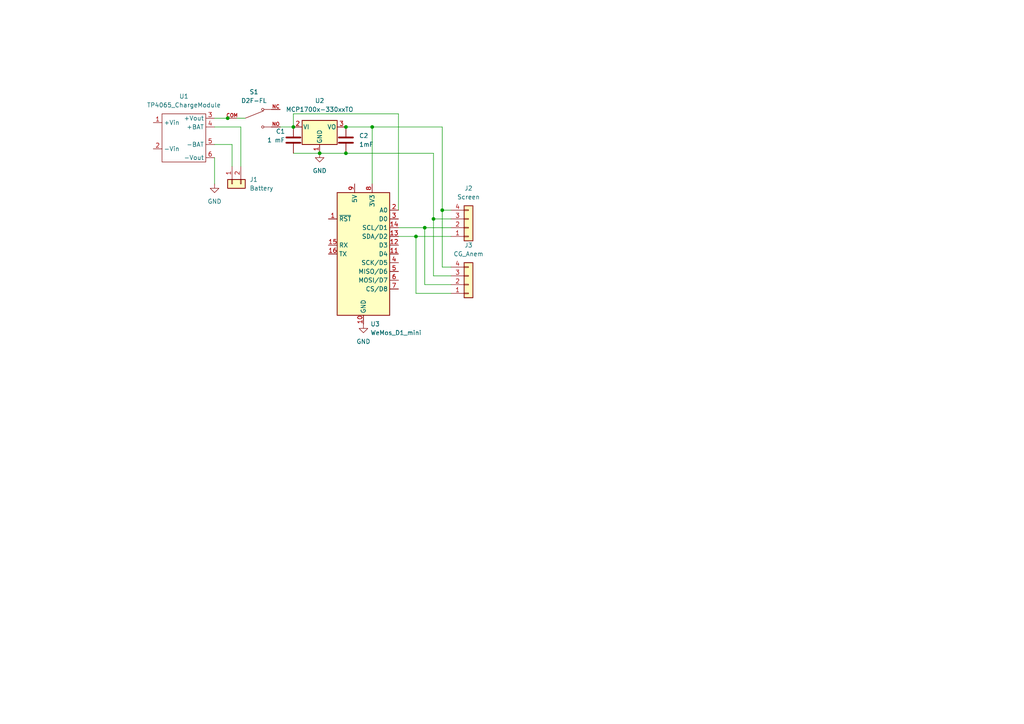
<source format=kicad_sch>
(kicad_sch (version 20211123) (generator eeschema)
  (paper "A4")
  (lib_symbols
    (symbol "Connector_Generic:Conn_01x02" (pin_names (offset 1.016) hide)
      (property "Reference" "J" (at 0 2.54 0))
      (property "Value" "Conn_01x02" (at 0 -5.08 0))
      (symbol "Conn_01x02_1_1"
        (rectangle (start -1.27 -2.413) (end 0 -2.667) (stroke (width 0.1524)))
        (rectangle (start -1.27 0.127) (end 0 -0.127) (stroke (width 0.1524)))
        (rectangle (start -1.27 1.27) (end 1.27 -3.81) (stroke (width 0.254)) (fill (type background)))
        (pin passive line (at -5.08 0 0) (length 3.81) (name "Pin_1") (number "1"))
        (pin passive line (at -5.08 -2.54 0) (length 3.81) (name "Pin_2") (number "2"))
      )
    )
    (symbol "Connector_Generic:Conn_01x04" (pin_names (offset 1.016) hide)
      (property "Reference" "J" (at 0 5.08 0))
      (property "Value" "Conn_01x04" (at 0 -7.62 0))
      (symbol "Conn_01x04_1_1"
        (rectangle (start -1.27 -4.953) (end 0 -5.207) (stroke (width 0.1524)))
        (rectangle (start -1.27 -2.413) (end 0 -2.667) (stroke (width 0.1524)))
        (rectangle (start -1.27 0.127) (end 0 -0.127) (stroke (width 0.1524)))
        (rectangle (start -1.27 2.667) (end 0 2.413) (stroke (width 0.1524)))
        (rectangle (start -1.27 3.81) (end 1.27 -6.35) (stroke (width 0.254)) (fill (type background)))
        (pin passive line (at -5.08 2.54 0) (length 3.81) (name "Pin_1") (number "1"))
        (pin passive line (at -5.08 0 0) (length 3.81) (name "Pin_2") (number "2"))
        (pin passive line (at -5.08 -2.54 0) (length 3.81) (name "Pin_3") (number "3"))
        (pin passive line (at -5.08 -5.08 0) (length 3.81) (name "Pin_4") (number "4"))
      )
    )
    (symbol "Cust_BatteryManagement:TP4065_ChargeModule"
      (property "Reference" "U?" (at 0 6.35 0))
      (property "Value" "TP4065_ChargeModule" (at 0 8.89 0))
      (symbol "TP4065_ChargeModule_0_1"
        (rectangle (start -3.81 3.81) (end 8.89 -10.16))
      )
      (symbol "TP4065_ChargeModule_1_1"
        (pin power_in line (at -6.35 1.27 0) (length 2.54) (name "+Vin") (number "1"))
        (pin power_in line (at -6.35 -6.35 0) (length 2.54) (name "-Vin") (number "2"))
        (pin power_out line (at 11.43 2.54 180) (length 2.54) (name "+Vout") (number "3"))
        (pin bidirectional line (at 11.43 0 180) (length 2.54) (name "+BAT") (number "4"))
        (pin bidirectional line (at 11.43 -5.08 180) (length 2.54) (name "-BAT") (number "5"))
        (pin power_out line (at 11.43 -8.89 180) (length 2.54) (name "-Vout") (number "6"))
      )
    )
    (symbol "Cust_Switch_D2F-FL:D2F-FL" (pin_names (offset 1.016))
      (property "Reference" "S" (at -2.54 5.08 0))
      (property "Value" "D2F-FL" (at -2.54 -5.08 0))
      (symbol "D2F-FL_0_0"
        (polyline (pts (xy -2.54 0) (xy -5.08 0)) (stroke (width 0.1524)))
        (polyline (pts (xy -2.54 0) (xy 2.794 2.1336)) (stroke (width 0.1524)))
        (polyline (pts (xy 5.08 -2.54) (xy 2.921 -2.54)) (stroke (width 0.1524)))
        (polyline (pts (xy 5.08 2.54) (xy 2.921 2.54)) (stroke (width 0.1524)))
        (circle (center 2.54 -2.54) (radius 0.3302) (stroke (width 0.1524)))
        (circle (center 2.54 2.54) (radius 0.3302) (stroke (width 0.1524)))
        (pin passive line (at -7.62 0 0) (length 2.54) (name "~") (number "COM"))
        (pin passive line (at 7.62 2.54 180) (length 2.54) (name "~") (number "NC"))
        (pin passive line (at 7.62 -2.54 180) (length 2.54) (name "~") (number "NO"))
      )
    )
    (symbol "Device:C" (pin_numbers hide) (pin_names (offset 0.254))
      (property "Reference" "C" (at 0.635 2.54 0))
      (property "Value" "C" (at 0.635 -2.54 0))
      (symbol "C_0_1"
        (polyline (pts (xy -2.032 -0.762) (xy 2.032 -0.762)) (stroke (width 0.508)))
        (polyline (pts (xy -2.032 0.762) (xy 2.032 0.762)) (stroke (width 0.508)))
      )
      (symbol "C_1_1"
        (pin passive line (at 0 3.81 270) (length 2.794) (name "~") (number "1"))
        (pin passive line (at 0 -3.81 90) (length 2.794) (name "~") (number "2"))
      )
    )
    (symbol "MCU_Module:WeMos_D1_mini"
      (property "Reference" "U" (at 3.81 19.05 0))
      (property "Value" "WeMos_D1_mini" (at 1.27 -19.05 0))
      (symbol "WeMos_D1_mini_1_1"
        (rectangle (start -7.62 17.78) (end 7.62 -17.78) (stroke (width 0.254)) (fill (type background)))
        (pin input line (at -10.16 10.16 0) (length 2.54) (name "~{RST}") (number "1"))
        (pin power_in line (at 0 -20.32 90) (length 2.54) (name "GND") (number "10"))
        (pin bidirectional line (at 10.16 0 180) (length 2.54) (name "D4") (number "11"))
        (pin bidirectional line (at 10.16 2.54 180) (length 2.54) (name "D3") (number "12"))
        (pin bidirectional line (at 10.16 5.08 180) (length 2.54) (name "SDA/D2") (number "13"))
        (pin bidirectional line (at 10.16 7.62 180) (length 2.54) (name "SCL/D1") (number "14"))
        (pin input line (at -10.16 2.54 0) (length 2.54) (name "RX") (number "15"))
        (pin output line (at -10.16 0 0) (length 2.54) (name "TX") (number "16"))
        (pin input line (at 10.16 12.7 180) (length 2.54) (name "A0") (number "2"))
        (pin bidirectional line (at 10.16 10.16 180) (length 2.54) (name "D0") (number "3"))
        (pin bidirectional line (at 10.16 -2.54 180) (length 2.54) (name "SCK/D5") (number "4"))
        (pin bidirectional line (at 10.16 -5.08 180) (length 2.54) (name "MISO/D6") (number "5"))
        (pin bidirectional line (at 10.16 -7.62 180) (length 2.54) (name "MOSI/D7") (number "6"))
        (pin bidirectional line (at 10.16 -10.16 180) (length 2.54) (name "CS/D8") (number "7"))
        (pin power_out line (at 2.54 20.32 270) (length 2.54) (name "3V3") (number "8"))
        (pin power_in line (at -2.54 20.32 270) (length 2.54) (name "5V") (number "9"))
      )
    )
    (symbol "Regulator_Linear:MCP1700x-330xxTO" (pin_names (offset 0.254))
      (property "Reference" "U" (at -3.81 -3.175 0))
      (property "Value" "MCP1700x-330xxTO" (at 0 -3.175 0))
      (symbol "MCP1700x-330xxTO_0_1"
        (rectangle (start -5.08 5.08) (end 5.08 -1.905) (stroke (width 0.254)) (fill (type background)))
      )
      (symbol "MCP1700x-330xxTO_1_1"
        (pin power_in line (at 0 7.62 270) (length 2.54) (name "GND") (number "1"))
        (pin power_in line (at -7.62 0 0) (length 2.54) (name "VI") (number "2"))
        (pin power_out line (at 7.62 0 180) (length 2.54) (name "VO") (number "3"))
      )
    )
    (symbol "power:GND" (power) (pin_names (offset 0))
      (property "Value" "GND" (at 0 -3.81 0))
      (symbol "GND_0_1"
        (polyline (pts (xy 0 0) (xy 0 -1.27) (xy 1.27 -1.27) (xy 0 -2.54) (xy -1.27 -1.27) (xy 0 -1.27)))
      )
      (symbol "GND_1_1"
        (pin power_in line (at 0 0 270) (length 0) hide (name "GND") (number "1"))
      )
    )
  )
  (junction (at 66.04 34.29))
  (junction (at 120.65 68.58))
  (junction (at 100.33 44.45))
  (junction (at 100.33 36.83))
  (junction (at 85.09 36.83))
  (junction (at 123.19 66.04))
  (junction (at 107.95 36.83))
  (junction (at 128.27 60.96))
  (junction (at 125.73 63.5))
  (junction (at 92.71 44.45))
  (wire (pts (xy 66.04 34.29) (xy 71.12 34.29)))
  (wire (pts (xy 107.95 53.34) (xy 107.95 36.83)))
  (wire (pts (xy 107.95 36.83) (xy 128.27 36.83)))
  (wire (pts (xy 115.57 66.04) (xy 123.19 66.04)))
  (wire (pts (xy 85.09 36.83) (xy 85.09 33.02)))
  (wire (pts (xy 115.57 33.02) (xy 115.57 60.96)))
  (wire (pts (xy 125.73 44.45) (xy 125.73 63.5)))
  (wire (pts (xy 128.27 60.96) (xy 128.27 77.47)))
  (wire (pts (xy 69.85 36.83) (xy 69.85 48.26)))
  (wire (pts (xy 115.57 68.58) (xy 120.65 68.58)))
  (wire (pts (xy 120.65 68.58) (xy 130.81 68.58)))
  (wire (pts (xy 128.27 60.96) (xy 130.81 60.96)))
  (wire (pts (xy 130.81 85.09) (xy 120.65 85.09)))
  (wire (pts (xy 62.23 36.83) (xy 69.85 36.83)))
  (wire (pts (xy 92.71 44.45) (xy 100.33 44.45)))
  (wire (pts (xy 62.23 41.91) (xy 67.31 41.91)))
  (wire (pts (xy 123.19 82.55) (xy 123.19 66.04)))
  (wire (pts (xy 85.09 44.45) (xy 92.71 44.45)))
  (wire (pts (xy 123.19 82.55) (xy 130.81 82.55)))
  (wire (pts (xy 128.27 36.83) (xy 128.27 60.96)))
  (wire (pts (xy 128.27 77.47) (xy 130.81 77.47)))
  (wire (pts (xy 123.19 66.04) (xy 130.81 66.04)))
  (wire (pts (xy 100.33 44.45) (xy 125.73 44.45)))
  (wire (pts (xy 85.09 33.02) (xy 115.57 33.02)))
  (wire (pts (xy 107.95 36.83) (xy 100.33 36.83)))
  (wire (pts (xy 120.65 85.09) (xy 120.65 68.58)))
  (wire (pts (xy 62.23 45.72) (xy 62.23 53.34)))
  (wire (pts (xy 67.31 41.91) (xy 67.31 48.26)))
  (wire (pts (xy 62.23 34.29) (xy 66.04 34.29)))
  (wire (pts (xy 125.73 63.5) (xy 125.73 80.01)))
  (wire (pts (xy 81.28 36.83) (xy 85.09 36.83)))
  (wire (pts (xy 125.73 63.5) (xy 130.81 63.5)))
  (wire (pts (xy 125.73 80.01) (xy 130.81 80.01)))
  (symbol (lib_id "Connector_Generic:Conn_01x04") (at 135.89 66.04 0) (mirror x) (unit 1)
    (property "Reference" "J2" (at 135.89 54.61 0))
    (property "Value" "Screen" (at 135.89 57.15 0))
    (property "Footprint" "Connector_PinSocket_2.54mm:PinSocket_1x04_P2.54mm_Vertical" (effects hide))
  )
  (symbol (lib_id "MCU_Module:WeMos_D1_mini") (at 105.41 73.66 0) (unit 1)
    (property "Reference" "U3" (at 107.4294 93.98 0) (effects (justify left)))
    (property "Value" "WeMos_D1_mini" (at 107.4294 96.52 0) (effects (justify left)))
    (property "Footprint" "Module:WEMOS_D1_mini_light" (effects hide))
    (property "Datasheet" "https://wiki.wemos.cc/products:d1:d1_mini#documentation" (effects hide))
  )
  (symbol (lib_id "power:GND") (at 92.71 44.45 0) (unit 1)
    (property "Reference" "#PWR02" (effects hide))
    (property "Value" "GND" (at 92.71 49.53 0))
  )
  (symbol (lib_id "power:GND") (at 62.23 53.34 0) (unit 1)
    (property "Reference" "#PWR01" (effects hide))
    (property "Value" "GND" (at 62.23 58.42 0))
  )
  (symbol (lib_id "power:GND") (at 105.41 93.98 0) (unit 1)
    (property "Reference" "#PWR03" (effects hide))
    (property "Value" "GND" (at 105.41 99.06 0))
  )
  (symbol (lib_id "Device:C") (at 100.33 40.64 0) (unit 1)
    (property "Reference" "C2" (at 104.14 39.3699 0) (effects (justify left)))
    (property "Value" "1mF" (at 104.14 41.9099 0) (effects (justify left)))
    (property "Footprint" "Capacitor_SMD:C_1206_3216Metric" (effects hide))
  )
  (symbol (lib_id "Connector_Generic:Conn_01x04") (at 135.89 82.55 0) (mirror x) (unit 1)
    (property "Reference" "J3" (at 135.89 71.12 0))
    (property "Value" "CG_Anem" (at 135.89 73.66 0))
    (property "Footprint" "Connector_JST:JST_EH_S4B-EH_1x04_P2.50mm_Horizontal" (effects hide))
  )
  (symbol (lib_id "Cust_Switch_D2F-FL:D2F-FL") (at 73.66 34.29 0) (unit 1)
    (property "Reference" "S1" (at 73.66 26.67 0))
    (property "Value" "D2F-FL" (at 73.66 29.21 0))
    (property "Footprint" "Cust Buttons:SW_D2F-FL" (effects hide))
    (property "STANDARD" "Manufacturer Recommendations" (effects hide))
    (property "PARTREV" "N/A" (effects hide))
    (property "MANUFACTURER" "Omron" (effects hide))
    (property "MAXIMUM_PACKAGE_HEIGHT" "11.5mm" (effects hide))
  )
  (symbol (lib_id "Device:C") (at 85.09 40.64 0) (unit 1)
    (property "Reference" "C1" (at 80.01 38.1 0) (effects (justify left)))
    (property "Value" "1 mF" (at 77.47 40.64 0) (effects (justify left)))
    (property "Footprint" "Capacitor_SMD:C_1206_3216Metric" (effects hide))
  )
  (symbol (lib_id "Cust_BatteryManagement:TP4065_ChargeModule") (at 50.8 36.83 0) (unit 1)
    (property "Reference" "U1" (at 53.34 27.94 0))
    (property "Value" "TP4065_ChargeModule" (at 53.34 30.48 0))
    (property "Footprint" "Cust Battery Management:TP4065_ChargeModule" (effects hide))
  )
  (symbol (lib_id "Regulator_Linear:MCP1700x-330xxTO") (at 92.71 36.83 0) (mirror x) (unit 1)
    (property "Reference" "U2" (at 92.71 29.21 0))
    (property "Value" "MCP1700x-330xxTO" (at 92.71 31.75 0))
    (property "Footprint" "Package_TO_SOT_THT:TO-92_Inline" (effects hide))
    (property "Datasheet" "http://ww1.microchip.com/downloads/en/DeviceDoc/20001826D.pdf" (effects hide))
  )
  (symbol (lib_id "Connector_Generic:Conn_01x02") (at 67.31 53.34 90) (mirror x) (unit 1)
    (property "Reference" "J1" (at 72.39 52.0699 90) (effects (justify right)))
    (property "Value" "Battery" (at 72.39 54.6099 90) (effects (justify right)))
    (property "Footprint" "Connector_JST:JST_EH_S2B-EH_1x02_P2.50mm_Horizontal" (effects hide))
  )
)
</source>
